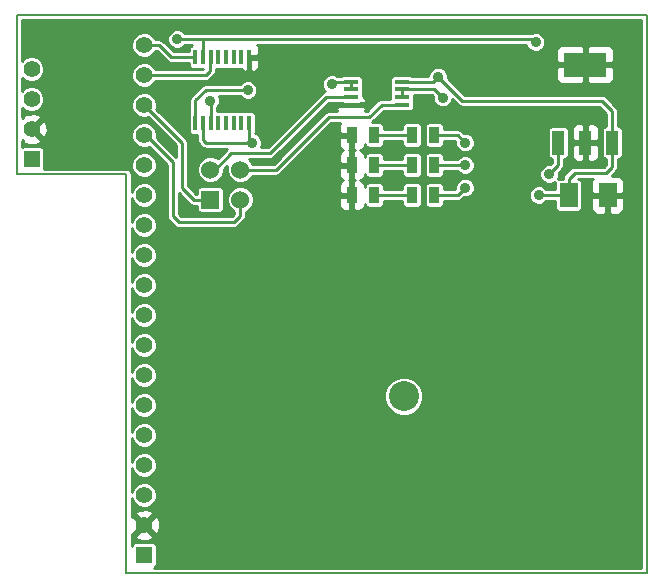
<source format=gtl>
G04 (created by PCBNEW (2012-nov-02)-testing) date Mon 13 May 2013 11:36:40 AM CDT*
%MOIN*%
G04 Gerber Fmt 3.4, Leading zero omitted, Abs format*
%FSLAX34Y34*%
G01*
G70*
G90*
G04 APERTURE LIST*
%ADD10C,0.006*%
%ADD11C,0.00590551*%
%ADD12R,0.015X0.05*%
%ADD13R,0.144X0.08*%
%ADD14R,0.04X0.08*%
%ADD15R,0.06X0.08*%
%ADD16R,0.035X0.055*%
%ADD17R,0.055X0.055*%
%ADD18C,0.055*%
%ADD19R,0.06X0.06*%
%ADD20C,0.06*%
%ADD21R,0.05X0.015*%
%ADD22C,0.1*%
%ADD23C,0.035*%
%ADD24C,0.01*%
G04 APERTURE END LIST*
G54D10*
G54D11*
X95850Y-48350D02*
X95850Y-66950D01*
X74850Y-48350D02*
X74850Y-53650D01*
X95850Y-48350D02*
X74850Y-48350D01*
X78500Y-66950D02*
X95850Y-66950D01*
X78500Y-53650D02*
X78500Y-66950D01*
X74850Y-53650D02*
X78500Y-53650D01*
G54D12*
X80804Y-51952D03*
X81060Y-51952D03*
X81316Y-51952D03*
X81572Y-51952D03*
X81828Y-51952D03*
X82084Y-51952D03*
X82340Y-51952D03*
X82596Y-51952D03*
X82596Y-49748D03*
X82340Y-49748D03*
X82084Y-49748D03*
X81828Y-49748D03*
X81572Y-49748D03*
X81316Y-49748D03*
X81060Y-49748D03*
X80804Y-49748D03*
G54D13*
X93800Y-50000D03*
G54D14*
X93800Y-52600D03*
X94700Y-52600D03*
X92900Y-52600D03*
G54D15*
X93250Y-54350D03*
X94550Y-54350D03*
G54D16*
X86775Y-54350D03*
X86025Y-54350D03*
X86775Y-53350D03*
X86025Y-53350D03*
X86775Y-52350D03*
X86025Y-52350D03*
X88775Y-54350D03*
X88025Y-54350D03*
X88775Y-53350D03*
X88025Y-53350D03*
X88775Y-52350D03*
X88025Y-52350D03*
G54D17*
X75350Y-53150D03*
G54D18*
X75350Y-52150D03*
X75350Y-51150D03*
X75350Y-50150D03*
G54D17*
X79100Y-66350D03*
G54D18*
X79100Y-65350D03*
X79100Y-64350D03*
X79100Y-63350D03*
X79100Y-62350D03*
X79100Y-61350D03*
X79100Y-60350D03*
X79100Y-59350D03*
X79100Y-58350D03*
X79100Y-57350D03*
X79100Y-56350D03*
X79100Y-55350D03*
X79100Y-54350D03*
X79100Y-53350D03*
X79100Y-52350D03*
X79100Y-51350D03*
X79100Y-50350D03*
X79100Y-49350D03*
G54D19*
X81300Y-54500D03*
G54D20*
X81300Y-53500D03*
X82300Y-54500D03*
X82300Y-53500D03*
G54D21*
X86000Y-50566D03*
X86000Y-50822D03*
X86000Y-51078D03*
X86000Y-51334D03*
X87700Y-51334D03*
X87700Y-51078D03*
X87700Y-50822D03*
X87700Y-50566D03*
G54D22*
X87750Y-61050D03*
G54D23*
X88900Y-50400D03*
X82700Y-52600D03*
X92250Y-54350D03*
X80200Y-49150D03*
X92150Y-49250D03*
X92600Y-53650D03*
X89050Y-51100D03*
X85350Y-50650D03*
X82550Y-50850D03*
X81300Y-51200D03*
X83550Y-49850D03*
X91950Y-49850D03*
X91950Y-56350D03*
X88750Y-58850D03*
X86750Y-58850D03*
X91950Y-59350D03*
X83550Y-59350D03*
X85350Y-53550D03*
X89800Y-53350D03*
X89800Y-52600D03*
X89800Y-54100D03*
G54D24*
X88900Y-50400D02*
X89700Y-51200D01*
X94700Y-51550D02*
X94700Y-52600D01*
X94350Y-51200D02*
X94700Y-51550D01*
X89700Y-51200D02*
X94350Y-51200D01*
X87700Y-50566D02*
X88734Y-50566D01*
X88734Y-50566D02*
X88900Y-50400D01*
X93250Y-54350D02*
X93250Y-53800D01*
X93250Y-53800D02*
X93450Y-53600D01*
X93450Y-53600D02*
X94500Y-53600D01*
X94500Y-53600D02*
X94700Y-53400D01*
X94700Y-53400D02*
X94700Y-52600D01*
X81060Y-52510D02*
X81060Y-51952D01*
X81150Y-52600D02*
X81060Y-52510D01*
X82700Y-52600D02*
X81150Y-52600D01*
X82596Y-51952D02*
X82596Y-52496D01*
X82596Y-52496D02*
X82700Y-52600D01*
X92250Y-54350D02*
X93250Y-54350D01*
X81060Y-49748D02*
X81060Y-49150D01*
X92050Y-49150D02*
X81060Y-49150D01*
X81060Y-49150D02*
X80200Y-49150D01*
X92050Y-49150D02*
X92150Y-49250D01*
X92150Y-49250D02*
X92050Y-49150D01*
X92900Y-53350D02*
X92900Y-52600D01*
X92600Y-53650D02*
X92900Y-53350D01*
X88772Y-50822D02*
X87700Y-50822D01*
X89050Y-51100D02*
X88772Y-50822D01*
X87700Y-50822D02*
X87700Y-51078D01*
X79100Y-52350D02*
X79150Y-52350D01*
X82300Y-55050D02*
X82300Y-54500D01*
X82100Y-55250D02*
X82300Y-55050D01*
X80250Y-55250D02*
X82100Y-55250D01*
X80050Y-55050D02*
X80250Y-55250D01*
X80050Y-53250D02*
X80050Y-55050D01*
X79150Y-52350D02*
X80050Y-53250D01*
X82300Y-53500D02*
X83500Y-53500D01*
X87016Y-51334D02*
X87700Y-51334D01*
X86600Y-51750D02*
X87016Y-51334D01*
X85250Y-51750D02*
X86600Y-51750D01*
X83500Y-53500D02*
X85250Y-51750D01*
X86000Y-50566D02*
X86000Y-50822D01*
X86000Y-50566D02*
X85434Y-50566D01*
X85434Y-50566D02*
X85350Y-50650D01*
X79100Y-51350D02*
X80350Y-52600D01*
X80750Y-54500D02*
X81300Y-54500D01*
X80350Y-54100D02*
X80750Y-54500D01*
X80350Y-52600D02*
X80350Y-54100D01*
X81300Y-53500D02*
X81450Y-53500D01*
X85172Y-51078D02*
X86000Y-51078D01*
X83300Y-52950D02*
X85172Y-51078D01*
X82000Y-52950D02*
X83300Y-52950D01*
X81450Y-53500D02*
X82000Y-52950D01*
X80804Y-51952D02*
X80804Y-51196D01*
X81150Y-50850D02*
X82550Y-50850D01*
X80804Y-51196D02*
X81150Y-50850D01*
X79100Y-49350D02*
X79600Y-49350D01*
X79998Y-49748D02*
X80804Y-49748D01*
X79600Y-49350D02*
X79998Y-49748D01*
X81316Y-51216D02*
X81316Y-51952D01*
X81300Y-51200D02*
X81316Y-51216D01*
X81316Y-49748D02*
X81300Y-49764D01*
X81150Y-50350D02*
X79100Y-50350D01*
X81300Y-50200D02*
X81150Y-50350D01*
X81300Y-49764D02*
X81300Y-50200D01*
X88775Y-53350D02*
X89800Y-53350D01*
X88775Y-52350D02*
X89550Y-52350D01*
X89550Y-52350D02*
X89800Y-52600D01*
X86775Y-54350D02*
X88025Y-54350D01*
X88775Y-54350D02*
X89550Y-54350D01*
X89550Y-54350D02*
X89800Y-54100D01*
X86775Y-52350D02*
X88025Y-52350D01*
X86775Y-53350D02*
X88025Y-53350D01*
G54D10*
G36*
X95670Y-66770D02*
X95100Y-66770D01*
X95100Y-54700D01*
X95100Y-53999D01*
X95099Y-53900D01*
X95061Y-53808D01*
X94991Y-53737D01*
X94899Y-53699D01*
X94682Y-53699D01*
X94841Y-53541D01*
X94841Y-53541D01*
X94870Y-53498D01*
X94884Y-53476D01*
X94884Y-53476D01*
X94899Y-53400D01*
X94900Y-53400D01*
X94900Y-53150D01*
X94929Y-53150D01*
X94984Y-53127D01*
X95027Y-53085D01*
X95049Y-53029D01*
X95050Y-52970D01*
X95050Y-52170D01*
X95027Y-52115D01*
X94985Y-52072D01*
X94929Y-52050D01*
X94900Y-52049D01*
X94900Y-51550D01*
X94899Y-51549D01*
X94884Y-51473D01*
X94884Y-51473D01*
X94870Y-51451D01*
X94841Y-51408D01*
X94841Y-51408D01*
X94770Y-51337D01*
X94770Y-50350D01*
X94770Y-49649D01*
X94769Y-49550D01*
X94731Y-49458D01*
X94661Y-49387D01*
X94569Y-49349D01*
X93912Y-49350D01*
X93850Y-49412D01*
X93850Y-49950D01*
X94707Y-49950D01*
X94770Y-49887D01*
X94770Y-49649D01*
X94770Y-50350D01*
X94770Y-50112D01*
X94707Y-50050D01*
X93850Y-50050D01*
X93850Y-50587D01*
X93912Y-50650D01*
X94569Y-50650D01*
X94661Y-50612D01*
X94731Y-50541D01*
X94769Y-50449D01*
X94770Y-50350D01*
X94770Y-51337D01*
X94491Y-51058D01*
X94426Y-51015D01*
X94350Y-51000D01*
X93750Y-51000D01*
X93750Y-50587D01*
X93750Y-50050D01*
X93750Y-49950D01*
X93750Y-49412D01*
X93687Y-49350D01*
X93030Y-49349D01*
X92938Y-49387D01*
X92868Y-49458D01*
X92830Y-49550D01*
X92829Y-49649D01*
X92830Y-49887D01*
X92892Y-49950D01*
X93750Y-49950D01*
X93750Y-50050D01*
X92892Y-50050D01*
X92830Y-50112D01*
X92829Y-50350D01*
X92830Y-50449D01*
X92868Y-50541D01*
X92938Y-50612D01*
X93030Y-50650D01*
X93687Y-50650D01*
X93750Y-50587D01*
X93750Y-51000D01*
X92475Y-51000D01*
X92475Y-49185D01*
X92425Y-49066D01*
X92334Y-48974D01*
X92214Y-48925D01*
X92085Y-48924D01*
X92024Y-48950D01*
X81060Y-48950D01*
X80459Y-48950D01*
X80384Y-48874D01*
X80264Y-48825D01*
X80135Y-48824D01*
X80016Y-48874D01*
X79924Y-48965D01*
X79875Y-49085D01*
X79874Y-49214D01*
X79924Y-49333D01*
X80015Y-49425D01*
X80135Y-49474D01*
X80264Y-49475D01*
X80383Y-49425D01*
X80459Y-49350D01*
X80694Y-49350D01*
X80644Y-49370D01*
X80601Y-49412D01*
X80579Y-49468D01*
X80578Y-49527D01*
X80578Y-49548D01*
X80080Y-49548D01*
X79741Y-49208D01*
X79676Y-49165D01*
X79600Y-49150D01*
X79477Y-49150D01*
X79460Y-49109D01*
X79341Y-48989D01*
X79184Y-48925D01*
X79015Y-48924D01*
X78859Y-48989D01*
X78739Y-49108D01*
X78675Y-49265D01*
X78674Y-49434D01*
X78739Y-49590D01*
X78858Y-49710D01*
X79015Y-49774D01*
X79184Y-49775D01*
X79340Y-49710D01*
X79460Y-49591D01*
X79477Y-49550D01*
X79517Y-49550D01*
X79856Y-49889D01*
X79856Y-49889D01*
X79899Y-49918D01*
X79921Y-49932D01*
X79921Y-49932D01*
X79997Y-49947D01*
X79998Y-49948D01*
X80578Y-49948D01*
X80578Y-50027D01*
X80601Y-50082D01*
X80643Y-50125D01*
X80699Y-50147D01*
X80758Y-50148D01*
X80908Y-50148D01*
X80931Y-50138D01*
X80955Y-50147D01*
X81014Y-50148D01*
X81069Y-50148D01*
X81067Y-50150D01*
X79477Y-50150D01*
X79460Y-50109D01*
X79341Y-49989D01*
X79184Y-49925D01*
X79015Y-49924D01*
X78859Y-49989D01*
X78739Y-50108D01*
X78675Y-50265D01*
X78674Y-50434D01*
X78739Y-50590D01*
X78858Y-50710D01*
X79015Y-50774D01*
X79184Y-50775D01*
X79340Y-50710D01*
X79460Y-50591D01*
X79477Y-50550D01*
X81150Y-50550D01*
X81226Y-50534D01*
X81291Y-50491D01*
X81441Y-50341D01*
X81441Y-50341D01*
X81484Y-50276D01*
X81484Y-50276D01*
X81487Y-50263D01*
X81499Y-50200D01*
X81500Y-50200D01*
X81500Y-50148D01*
X81526Y-50148D01*
X81676Y-50148D01*
X81699Y-50138D01*
X81723Y-50147D01*
X81782Y-50148D01*
X81932Y-50148D01*
X81955Y-50138D01*
X81979Y-50147D01*
X82038Y-50148D01*
X82188Y-50148D01*
X82211Y-50138D01*
X82235Y-50147D01*
X82294Y-50148D01*
X82317Y-50148D01*
X82379Y-50210D01*
X82471Y-50248D01*
X82496Y-50248D01*
X82558Y-50185D01*
X82558Y-50043D01*
X82564Y-50027D01*
X82565Y-49968D01*
X82565Y-49690D01*
X82633Y-49690D01*
X82633Y-49698D01*
X82858Y-49698D01*
X82921Y-49635D01*
X82921Y-49547D01*
X82920Y-49448D01*
X82882Y-49356D01*
X82876Y-49350D01*
X91839Y-49350D01*
X91874Y-49433D01*
X91965Y-49525D01*
X92085Y-49574D01*
X92214Y-49575D01*
X92333Y-49525D01*
X92425Y-49434D01*
X92474Y-49314D01*
X92475Y-49185D01*
X92475Y-51000D01*
X89782Y-51000D01*
X89224Y-50442D01*
X89225Y-50335D01*
X89175Y-50216D01*
X89084Y-50124D01*
X88964Y-50075D01*
X88835Y-50074D01*
X88716Y-50124D01*
X88624Y-50215D01*
X88575Y-50335D01*
X88575Y-50366D01*
X88037Y-50366D01*
X88035Y-50363D01*
X87979Y-50341D01*
X87920Y-50340D01*
X87420Y-50340D01*
X87365Y-50363D01*
X87322Y-50405D01*
X87300Y-50461D01*
X87299Y-50520D01*
X87299Y-50670D01*
X87309Y-50693D01*
X87300Y-50717D01*
X87299Y-50776D01*
X87299Y-50926D01*
X87309Y-50949D01*
X87300Y-50973D01*
X87299Y-51032D01*
X87299Y-51134D01*
X87016Y-51134D01*
X86939Y-51149D01*
X86917Y-51163D01*
X86874Y-51192D01*
X86517Y-51550D01*
X86462Y-51550D01*
X86500Y-51458D01*
X86500Y-51434D01*
X86437Y-51371D01*
X86050Y-51371D01*
X86050Y-51391D01*
X85950Y-51391D01*
X85950Y-51371D01*
X85562Y-51371D01*
X85500Y-51434D01*
X85499Y-51458D01*
X85537Y-51550D01*
X85250Y-51550D01*
X85186Y-51562D01*
X85173Y-51565D01*
X85108Y-51608D01*
X83417Y-53300D01*
X82704Y-53300D01*
X82681Y-53245D01*
X82586Y-53150D01*
X83300Y-53150D01*
X83376Y-53134D01*
X83441Y-53091D01*
X85254Y-51278D01*
X85544Y-51278D01*
X85562Y-51296D01*
X85704Y-51296D01*
X85720Y-51302D01*
X85779Y-51303D01*
X86279Y-51303D01*
X86295Y-51296D01*
X86437Y-51296D01*
X86500Y-51234D01*
X86500Y-51209D01*
X86462Y-51117D01*
X86400Y-51055D01*
X86400Y-50973D01*
X86390Y-50950D01*
X86399Y-50926D01*
X86400Y-50867D01*
X86400Y-50717D01*
X86390Y-50694D01*
X86399Y-50670D01*
X86400Y-50611D01*
X86400Y-50461D01*
X86377Y-50406D01*
X86335Y-50363D01*
X86279Y-50341D01*
X86220Y-50340D01*
X85720Y-50340D01*
X85665Y-50363D01*
X85662Y-50366D01*
X85513Y-50366D01*
X85414Y-50325D01*
X85285Y-50324D01*
X85166Y-50374D01*
X85074Y-50465D01*
X85025Y-50585D01*
X85024Y-50714D01*
X85074Y-50833D01*
X85127Y-50886D01*
X85095Y-50893D01*
X85073Y-50907D01*
X85030Y-50936D01*
X83217Y-52750D01*
X82989Y-52750D01*
X83024Y-52664D01*
X83025Y-52535D01*
X82975Y-52416D01*
X82921Y-52361D01*
X82921Y-49948D01*
X82921Y-49860D01*
X82858Y-49798D01*
X82633Y-49798D01*
X82633Y-50185D01*
X82696Y-50248D01*
X82720Y-50248D01*
X82812Y-50210D01*
X82882Y-50139D01*
X82920Y-50047D01*
X82921Y-49948D01*
X82921Y-52361D01*
X82884Y-52324D01*
X82796Y-52288D01*
X82798Y-52287D01*
X82820Y-52231D01*
X82821Y-52172D01*
X82821Y-51672D01*
X82798Y-51617D01*
X82756Y-51574D01*
X82700Y-51552D01*
X82641Y-51551D01*
X82491Y-51551D01*
X82468Y-51561D01*
X82444Y-51552D01*
X82385Y-51551D01*
X82235Y-51551D01*
X82212Y-51561D01*
X82188Y-51552D01*
X82129Y-51551D01*
X81979Y-51551D01*
X81956Y-51561D01*
X81932Y-51552D01*
X81873Y-51551D01*
X81723Y-51551D01*
X81700Y-51561D01*
X81676Y-51552D01*
X81617Y-51551D01*
X81516Y-51551D01*
X81516Y-51443D01*
X81575Y-51384D01*
X81624Y-51264D01*
X81625Y-51135D01*
X81589Y-51050D01*
X82290Y-51050D01*
X82365Y-51125D01*
X82485Y-51174D01*
X82614Y-51175D01*
X82733Y-51125D01*
X82825Y-51034D01*
X82874Y-50914D01*
X82875Y-50785D01*
X82825Y-50666D01*
X82734Y-50574D01*
X82614Y-50525D01*
X82485Y-50524D01*
X82366Y-50574D01*
X82290Y-50650D01*
X81150Y-50650D01*
X81073Y-50665D01*
X81051Y-50679D01*
X81008Y-50708D01*
X80662Y-51054D01*
X80619Y-51119D01*
X80604Y-51196D01*
X80604Y-51614D01*
X80601Y-51616D01*
X80579Y-51672D01*
X80578Y-51731D01*
X80578Y-52231D01*
X80601Y-52286D01*
X80643Y-52329D01*
X80699Y-52351D01*
X80758Y-52352D01*
X80860Y-52352D01*
X80860Y-52510D01*
X80875Y-52586D01*
X80918Y-52651D01*
X81008Y-52741D01*
X81073Y-52784D01*
X81073Y-52784D01*
X81086Y-52787D01*
X81150Y-52800D01*
X81871Y-52800D01*
X81858Y-52808D01*
X81550Y-53116D01*
X81389Y-53050D01*
X81210Y-53049D01*
X81045Y-53118D01*
X80918Y-53244D01*
X80850Y-53410D01*
X80849Y-53589D01*
X80918Y-53754D01*
X81044Y-53881D01*
X81210Y-53949D01*
X81389Y-53950D01*
X81554Y-53881D01*
X81681Y-53755D01*
X81749Y-53589D01*
X81750Y-53482D01*
X81869Y-53363D01*
X81850Y-53410D01*
X81849Y-53589D01*
X81918Y-53754D01*
X82044Y-53881D01*
X82210Y-53949D01*
X82389Y-53950D01*
X82554Y-53881D01*
X82681Y-53755D01*
X82704Y-53700D01*
X83500Y-53700D01*
X83576Y-53684D01*
X83641Y-53641D01*
X85332Y-51950D01*
X85631Y-51950D01*
X85600Y-52025D01*
X85599Y-52124D01*
X85600Y-52237D01*
X85662Y-52300D01*
X85975Y-52300D01*
X85975Y-52292D01*
X86075Y-52292D01*
X86075Y-52300D01*
X86082Y-52300D01*
X86082Y-52400D01*
X86075Y-52400D01*
X86075Y-52812D01*
X86112Y-52850D01*
X86075Y-52887D01*
X86075Y-53300D01*
X86082Y-53300D01*
X86082Y-53400D01*
X86075Y-53400D01*
X86075Y-53812D01*
X86112Y-53850D01*
X86075Y-53887D01*
X86075Y-54300D01*
X86082Y-54300D01*
X86082Y-54400D01*
X86075Y-54400D01*
X86075Y-54812D01*
X86137Y-54875D01*
X86249Y-54875D01*
X86341Y-54837D01*
X86411Y-54766D01*
X86449Y-54674D01*
X86449Y-54654D01*
X86449Y-54654D01*
X86472Y-54709D01*
X86514Y-54752D01*
X86570Y-54774D01*
X86629Y-54775D01*
X86979Y-54775D01*
X87034Y-54752D01*
X87077Y-54710D01*
X87099Y-54654D01*
X87100Y-54595D01*
X87100Y-54550D01*
X87699Y-54550D01*
X87699Y-54654D01*
X87722Y-54709D01*
X87764Y-54752D01*
X87820Y-54774D01*
X87879Y-54775D01*
X88229Y-54775D01*
X88284Y-54752D01*
X88327Y-54710D01*
X88349Y-54654D01*
X88350Y-54595D01*
X88350Y-54045D01*
X88327Y-53990D01*
X88285Y-53947D01*
X88229Y-53925D01*
X88170Y-53924D01*
X87820Y-53924D01*
X87765Y-53947D01*
X87722Y-53989D01*
X87700Y-54045D01*
X87699Y-54104D01*
X87699Y-54150D01*
X87100Y-54150D01*
X87100Y-54045D01*
X87077Y-53990D01*
X87035Y-53947D01*
X86979Y-53925D01*
X86920Y-53924D01*
X86570Y-53924D01*
X86515Y-53947D01*
X86472Y-53989D01*
X86450Y-54045D01*
X86449Y-54074D01*
X86449Y-54025D01*
X86411Y-53933D01*
X86341Y-53862D01*
X86310Y-53850D01*
X86341Y-53837D01*
X86411Y-53766D01*
X86449Y-53674D01*
X86449Y-53654D01*
X86449Y-53654D01*
X86472Y-53709D01*
X86514Y-53752D01*
X86570Y-53774D01*
X86629Y-53775D01*
X86979Y-53775D01*
X87034Y-53752D01*
X87077Y-53710D01*
X87099Y-53654D01*
X87100Y-53595D01*
X87100Y-53550D01*
X87699Y-53550D01*
X87699Y-53654D01*
X87722Y-53709D01*
X87764Y-53752D01*
X87820Y-53774D01*
X87879Y-53775D01*
X88229Y-53775D01*
X88284Y-53752D01*
X88327Y-53710D01*
X88349Y-53654D01*
X88350Y-53595D01*
X88350Y-53045D01*
X88327Y-52990D01*
X88285Y-52947D01*
X88229Y-52925D01*
X88170Y-52924D01*
X87820Y-52924D01*
X87765Y-52947D01*
X87722Y-52989D01*
X87700Y-53045D01*
X87699Y-53104D01*
X87699Y-53150D01*
X87100Y-53150D01*
X87100Y-53045D01*
X87077Y-52990D01*
X87035Y-52947D01*
X86979Y-52925D01*
X86920Y-52924D01*
X86570Y-52924D01*
X86515Y-52947D01*
X86472Y-52989D01*
X86450Y-53045D01*
X86449Y-53074D01*
X86449Y-53025D01*
X86411Y-52933D01*
X86341Y-52862D01*
X86310Y-52850D01*
X86341Y-52837D01*
X86411Y-52766D01*
X86449Y-52674D01*
X86449Y-52654D01*
X86449Y-52654D01*
X86472Y-52709D01*
X86514Y-52752D01*
X86570Y-52774D01*
X86629Y-52775D01*
X86979Y-52775D01*
X87034Y-52752D01*
X87077Y-52710D01*
X87099Y-52654D01*
X87100Y-52595D01*
X87100Y-52550D01*
X87699Y-52550D01*
X87699Y-52654D01*
X87722Y-52709D01*
X87764Y-52752D01*
X87820Y-52774D01*
X87879Y-52775D01*
X88229Y-52775D01*
X88284Y-52752D01*
X88327Y-52710D01*
X88349Y-52654D01*
X88350Y-52595D01*
X88350Y-52045D01*
X88327Y-51990D01*
X88285Y-51947D01*
X88229Y-51925D01*
X88170Y-51924D01*
X87820Y-51924D01*
X87765Y-51947D01*
X87722Y-51989D01*
X87700Y-52045D01*
X87699Y-52104D01*
X87699Y-52150D01*
X87100Y-52150D01*
X87100Y-52045D01*
X87077Y-51990D01*
X87035Y-51947D01*
X86979Y-51925D01*
X86920Y-51924D01*
X86691Y-51924D01*
X86741Y-51891D01*
X87098Y-51534D01*
X87362Y-51534D01*
X87364Y-51536D01*
X87420Y-51558D01*
X87479Y-51559D01*
X87979Y-51559D01*
X88034Y-51536D01*
X88077Y-51494D01*
X88099Y-51438D01*
X88100Y-51379D01*
X88100Y-51229D01*
X88090Y-51206D01*
X88099Y-51182D01*
X88100Y-51123D01*
X88100Y-51022D01*
X88689Y-51022D01*
X88725Y-51057D01*
X88724Y-51164D01*
X88774Y-51283D01*
X88865Y-51375D01*
X88985Y-51424D01*
X89114Y-51425D01*
X89233Y-51375D01*
X89325Y-51284D01*
X89374Y-51164D01*
X89374Y-51157D01*
X89558Y-51341D01*
X89558Y-51341D01*
X89601Y-51370D01*
X89623Y-51384D01*
X89623Y-51384D01*
X89699Y-51399D01*
X89700Y-51400D01*
X94267Y-51400D01*
X94500Y-51632D01*
X94500Y-52049D01*
X94470Y-52049D01*
X94415Y-52072D01*
X94372Y-52114D01*
X94350Y-52170D01*
X94349Y-52229D01*
X94349Y-53029D01*
X94372Y-53084D01*
X94414Y-53127D01*
X94470Y-53149D01*
X94500Y-53150D01*
X94500Y-53317D01*
X94417Y-53400D01*
X94250Y-53400D01*
X94250Y-52950D01*
X94250Y-52249D01*
X94249Y-52150D01*
X94211Y-52058D01*
X94141Y-51987D01*
X94049Y-51949D01*
X93912Y-51950D01*
X93850Y-52012D01*
X93850Y-52550D01*
X94187Y-52550D01*
X94250Y-52487D01*
X94250Y-52249D01*
X94250Y-52950D01*
X94250Y-52712D01*
X94187Y-52650D01*
X93850Y-52650D01*
X93850Y-53187D01*
X93912Y-53250D01*
X94049Y-53250D01*
X94141Y-53212D01*
X94211Y-53141D01*
X94249Y-53049D01*
X94250Y-52950D01*
X94250Y-53400D01*
X93750Y-53400D01*
X93750Y-53187D01*
X93750Y-52650D01*
X93750Y-52550D01*
X93750Y-52012D01*
X93687Y-51950D01*
X93550Y-51949D01*
X93458Y-51987D01*
X93388Y-52058D01*
X93350Y-52150D01*
X93349Y-52249D01*
X93350Y-52487D01*
X93412Y-52550D01*
X93750Y-52550D01*
X93750Y-52650D01*
X93412Y-52650D01*
X93350Y-52712D01*
X93349Y-52950D01*
X93350Y-53049D01*
X93388Y-53141D01*
X93458Y-53212D01*
X93550Y-53250D01*
X93687Y-53250D01*
X93750Y-53187D01*
X93750Y-53400D01*
X93450Y-53400D01*
X93373Y-53415D01*
X93351Y-53429D01*
X93308Y-53458D01*
X93108Y-53658D01*
X93065Y-53723D01*
X93050Y-53799D01*
X92920Y-53799D01*
X92883Y-53815D01*
X92924Y-53714D01*
X92925Y-53607D01*
X93041Y-53491D01*
X93041Y-53491D01*
X93070Y-53448D01*
X93084Y-53426D01*
X93084Y-53426D01*
X93099Y-53350D01*
X93100Y-53350D01*
X93100Y-53150D01*
X93129Y-53150D01*
X93184Y-53127D01*
X93227Y-53085D01*
X93249Y-53029D01*
X93250Y-52970D01*
X93250Y-52170D01*
X93227Y-52115D01*
X93185Y-52072D01*
X93129Y-52050D01*
X93070Y-52049D01*
X92670Y-52049D01*
X92615Y-52072D01*
X92572Y-52114D01*
X92550Y-52170D01*
X92549Y-52229D01*
X92549Y-53029D01*
X92572Y-53084D01*
X92614Y-53127D01*
X92670Y-53149D01*
X92700Y-53150D01*
X92700Y-53267D01*
X92642Y-53325D01*
X92535Y-53324D01*
X92416Y-53374D01*
X92324Y-53465D01*
X92275Y-53585D01*
X92274Y-53714D01*
X92324Y-53833D01*
X92415Y-53925D01*
X92535Y-53974D01*
X92664Y-53975D01*
X92783Y-53925D01*
X92807Y-53902D01*
X92800Y-53920D01*
X92799Y-53979D01*
X92799Y-54150D01*
X92509Y-54150D01*
X92434Y-54074D01*
X92314Y-54025D01*
X92185Y-54024D01*
X92066Y-54074D01*
X91974Y-54165D01*
X91925Y-54285D01*
X91924Y-54414D01*
X91974Y-54533D01*
X92065Y-54625D01*
X92185Y-54674D01*
X92314Y-54675D01*
X92433Y-54625D01*
X92509Y-54550D01*
X92799Y-54550D01*
X92799Y-54779D01*
X92822Y-54834D01*
X92864Y-54877D01*
X92920Y-54899D01*
X92979Y-54900D01*
X93579Y-54900D01*
X93634Y-54877D01*
X93677Y-54835D01*
X93699Y-54779D01*
X93700Y-54720D01*
X93700Y-53920D01*
X93677Y-53865D01*
X93635Y-53822D01*
X93579Y-53800D01*
X93550Y-53800D01*
X94046Y-53800D01*
X94038Y-53808D01*
X94000Y-53900D01*
X93999Y-53999D01*
X94000Y-54237D01*
X94062Y-54300D01*
X94500Y-54300D01*
X94500Y-54292D01*
X94600Y-54292D01*
X94600Y-54300D01*
X95037Y-54300D01*
X95100Y-54237D01*
X95100Y-53999D01*
X95100Y-54700D01*
X95100Y-54462D01*
X95037Y-54400D01*
X94600Y-54400D01*
X94600Y-54937D01*
X94662Y-55000D01*
X94899Y-55000D01*
X94991Y-54962D01*
X95061Y-54891D01*
X95099Y-54799D01*
X95100Y-54700D01*
X95100Y-66770D01*
X94500Y-66770D01*
X94500Y-54937D01*
X94500Y-54400D01*
X94062Y-54400D01*
X94000Y-54462D01*
X93999Y-54700D01*
X94000Y-54799D01*
X94038Y-54891D01*
X94108Y-54962D01*
X94200Y-55000D01*
X94437Y-55000D01*
X94500Y-54937D01*
X94500Y-66770D01*
X90125Y-66770D01*
X90125Y-54035D01*
X90125Y-53285D01*
X90125Y-52535D01*
X90075Y-52416D01*
X89984Y-52324D01*
X89864Y-52275D01*
X89757Y-52274D01*
X89691Y-52208D01*
X89626Y-52165D01*
X89550Y-52150D01*
X89100Y-52150D01*
X89100Y-52045D01*
X89077Y-51990D01*
X89035Y-51947D01*
X88979Y-51925D01*
X88920Y-51924D01*
X88570Y-51924D01*
X88515Y-51947D01*
X88472Y-51989D01*
X88450Y-52045D01*
X88449Y-52104D01*
X88449Y-52654D01*
X88472Y-52709D01*
X88514Y-52752D01*
X88570Y-52774D01*
X88629Y-52775D01*
X88979Y-52775D01*
X89034Y-52752D01*
X89077Y-52710D01*
X89099Y-52654D01*
X89100Y-52595D01*
X89100Y-52550D01*
X89467Y-52550D01*
X89475Y-52557D01*
X89474Y-52664D01*
X89524Y-52783D01*
X89615Y-52875D01*
X89735Y-52924D01*
X89864Y-52925D01*
X89983Y-52875D01*
X90075Y-52784D01*
X90124Y-52664D01*
X90125Y-52535D01*
X90125Y-53285D01*
X90075Y-53166D01*
X89984Y-53074D01*
X89864Y-53025D01*
X89735Y-53024D01*
X89616Y-53074D01*
X89540Y-53150D01*
X89100Y-53150D01*
X89100Y-53045D01*
X89077Y-52990D01*
X89035Y-52947D01*
X88979Y-52925D01*
X88920Y-52924D01*
X88570Y-52924D01*
X88515Y-52947D01*
X88472Y-52989D01*
X88450Y-53045D01*
X88449Y-53104D01*
X88449Y-53654D01*
X88472Y-53709D01*
X88514Y-53752D01*
X88570Y-53774D01*
X88629Y-53775D01*
X88979Y-53775D01*
X89034Y-53752D01*
X89077Y-53710D01*
X89099Y-53654D01*
X89100Y-53595D01*
X89100Y-53550D01*
X89540Y-53550D01*
X89615Y-53625D01*
X89735Y-53674D01*
X89864Y-53675D01*
X89983Y-53625D01*
X90075Y-53534D01*
X90124Y-53414D01*
X90125Y-53285D01*
X90125Y-54035D01*
X90075Y-53916D01*
X89984Y-53824D01*
X89864Y-53775D01*
X89735Y-53774D01*
X89616Y-53824D01*
X89524Y-53915D01*
X89475Y-54035D01*
X89474Y-54142D01*
X89467Y-54150D01*
X89100Y-54150D01*
X89100Y-54045D01*
X89077Y-53990D01*
X89035Y-53947D01*
X88979Y-53925D01*
X88920Y-53924D01*
X88570Y-53924D01*
X88515Y-53947D01*
X88472Y-53989D01*
X88450Y-54045D01*
X88449Y-54104D01*
X88449Y-54654D01*
X88472Y-54709D01*
X88514Y-54752D01*
X88570Y-54774D01*
X88629Y-54775D01*
X88979Y-54775D01*
X89034Y-54752D01*
X89077Y-54710D01*
X89099Y-54654D01*
X89100Y-54595D01*
X89100Y-54550D01*
X89550Y-54550D01*
X89626Y-54534D01*
X89691Y-54491D01*
X89757Y-54424D01*
X89864Y-54425D01*
X89983Y-54375D01*
X90075Y-54284D01*
X90124Y-54164D01*
X90125Y-54035D01*
X90125Y-66770D01*
X88400Y-66770D01*
X88400Y-60921D01*
X88301Y-60682D01*
X88118Y-60499D01*
X87879Y-60400D01*
X87621Y-60399D01*
X87382Y-60498D01*
X87199Y-60681D01*
X87100Y-60920D01*
X87099Y-61178D01*
X87198Y-61417D01*
X87381Y-61600D01*
X87620Y-61699D01*
X87878Y-61700D01*
X88117Y-61601D01*
X88300Y-61418D01*
X88399Y-61179D01*
X88400Y-60921D01*
X88400Y-66770D01*
X85975Y-66770D01*
X85975Y-54812D01*
X85975Y-54400D01*
X85975Y-54300D01*
X85975Y-53887D01*
X85937Y-53850D01*
X85975Y-53812D01*
X85975Y-53400D01*
X85975Y-53300D01*
X85975Y-52887D01*
X85937Y-52850D01*
X85975Y-52812D01*
X85975Y-52400D01*
X85662Y-52400D01*
X85600Y-52462D01*
X85599Y-52575D01*
X85600Y-52674D01*
X85638Y-52766D01*
X85708Y-52837D01*
X85739Y-52850D01*
X85708Y-52862D01*
X85638Y-52933D01*
X85600Y-53025D01*
X85599Y-53124D01*
X85600Y-53237D01*
X85662Y-53300D01*
X85975Y-53300D01*
X85975Y-53400D01*
X85662Y-53400D01*
X85600Y-53462D01*
X85599Y-53575D01*
X85600Y-53674D01*
X85638Y-53766D01*
X85708Y-53837D01*
X85739Y-53850D01*
X85708Y-53862D01*
X85638Y-53933D01*
X85600Y-54025D01*
X85599Y-54124D01*
X85600Y-54237D01*
X85662Y-54300D01*
X85975Y-54300D01*
X85975Y-54400D01*
X85662Y-54400D01*
X85600Y-54462D01*
X85599Y-54575D01*
X85600Y-54674D01*
X85638Y-54766D01*
X85708Y-54837D01*
X85800Y-54875D01*
X85912Y-54875D01*
X85975Y-54812D01*
X85975Y-66770D01*
X82750Y-66770D01*
X82750Y-54410D01*
X82681Y-54245D01*
X82555Y-54118D01*
X82389Y-54050D01*
X82210Y-54049D01*
X82045Y-54118D01*
X81918Y-54244D01*
X81850Y-54410D01*
X81849Y-54589D01*
X81918Y-54754D01*
X82044Y-54881D01*
X82100Y-54904D01*
X82100Y-54967D01*
X82017Y-55050D01*
X80332Y-55050D01*
X80250Y-54967D01*
X80250Y-54282D01*
X80608Y-54641D01*
X80608Y-54641D01*
X80651Y-54670D01*
X80673Y-54684D01*
X80673Y-54684D01*
X80749Y-54699D01*
X80750Y-54700D01*
X80849Y-54700D01*
X80849Y-54829D01*
X80872Y-54884D01*
X80914Y-54927D01*
X80970Y-54949D01*
X81029Y-54950D01*
X81629Y-54950D01*
X81684Y-54927D01*
X81727Y-54885D01*
X81749Y-54829D01*
X81750Y-54770D01*
X81750Y-54170D01*
X81727Y-54115D01*
X81685Y-54072D01*
X81629Y-54050D01*
X81570Y-54049D01*
X80970Y-54049D01*
X80915Y-54072D01*
X80872Y-54114D01*
X80850Y-54170D01*
X80849Y-54229D01*
X80849Y-54300D01*
X80832Y-54300D01*
X80550Y-54017D01*
X80550Y-52600D01*
X80534Y-52523D01*
X80491Y-52458D01*
X79508Y-51475D01*
X79524Y-51434D01*
X79525Y-51265D01*
X79460Y-51109D01*
X79341Y-50989D01*
X79184Y-50925D01*
X79015Y-50924D01*
X78859Y-50989D01*
X78739Y-51108D01*
X78675Y-51265D01*
X78674Y-51434D01*
X78739Y-51590D01*
X78858Y-51710D01*
X79015Y-51774D01*
X79184Y-51775D01*
X79225Y-51758D01*
X80150Y-52682D01*
X80150Y-53067D01*
X79522Y-52439D01*
X79524Y-52434D01*
X79525Y-52265D01*
X79460Y-52109D01*
X79341Y-51989D01*
X79184Y-51925D01*
X79015Y-51924D01*
X78859Y-51989D01*
X78739Y-52108D01*
X78675Y-52265D01*
X78674Y-52434D01*
X78739Y-52590D01*
X78858Y-52710D01*
X79015Y-52774D01*
X79184Y-52775D01*
X79260Y-52743D01*
X79850Y-53332D01*
X79850Y-55050D01*
X79865Y-55126D01*
X79908Y-55191D01*
X80108Y-55391D01*
X80108Y-55391D01*
X80151Y-55420D01*
X80173Y-55434D01*
X80173Y-55434D01*
X80250Y-55450D01*
X82100Y-55450D01*
X82176Y-55434D01*
X82241Y-55391D01*
X82441Y-55191D01*
X82441Y-55191D01*
X82470Y-55148D01*
X82484Y-55126D01*
X82484Y-55126D01*
X82499Y-55050D01*
X82500Y-55050D01*
X82500Y-54904D01*
X82554Y-54881D01*
X82681Y-54755D01*
X82749Y-54589D01*
X82750Y-54410D01*
X82750Y-66770D01*
X79629Y-66770D01*
X79629Y-65425D01*
X79618Y-65217D01*
X79560Y-65077D01*
X79467Y-65052D01*
X79397Y-65123D01*
X79397Y-64982D01*
X79372Y-64889D01*
X79175Y-64820D01*
X78967Y-64831D01*
X78827Y-64889D01*
X78802Y-64982D01*
X79100Y-65279D01*
X79397Y-64982D01*
X79397Y-65123D01*
X79170Y-65350D01*
X79467Y-65647D01*
X79560Y-65622D01*
X79629Y-65425D01*
X79629Y-66770D01*
X79415Y-66770D01*
X79459Y-66752D01*
X79502Y-66710D01*
X79524Y-66654D01*
X79525Y-66595D01*
X79525Y-66045D01*
X79502Y-65990D01*
X79460Y-65947D01*
X79404Y-65925D01*
X79397Y-65925D01*
X79397Y-65717D01*
X79100Y-65420D01*
X78802Y-65717D01*
X78827Y-65810D01*
X79024Y-65879D01*
X79232Y-65868D01*
X79372Y-65810D01*
X79397Y-65717D01*
X79397Y-65925D01*
X79345Y-65924D01*
X78795Y-65924D01*
X78740Y-65947D01*
X78697Y-65989D01*
X78679Y-66034D01*
X78679Y-65633D01*
X78732Y-65647D01*
X79029Y-65350D01*
X78732Y-65052D01*
X78679Y-65066D01*
X78679Y-64445D01*
X78739Y-64590D01*
X78858Y-64710D01*
X79015Y-64774D01*
X79184Y-64775D01*
X79340Y-64710D01*
X79460Y-64591D01*
X79524Y-64434D01*
X79525Y-64265D01*
X79460Y-64109D01*
X79341Y-63989D01*
X79184Y-63925D01*
X79015Y-63924D01*
X78859Y-63989D01*
X78739Y-64108D01*
X78679Y-64254D01*
X78679Y-63445D01*
X78739Y-63590D01*
X78858Y-63710D01*
X79015Y-63774D01*
X79184Y-63775D01*
X79340Y-63710D01*
X79460Y-63591D01*
X79524Y-63434D01*
X79525Y-63265D01*
X79460Y-63109D01*
X79341Y-62989D01*
X79184Y-62925D01*
X79015Y-62924D01*
X78859Y-62989D01*
X78739Y-63108D01*
X78679Y-63254D01*
X78679Y-62445D01*
X78739Y-62590D01*
X78858Y-62710D01*
X79015Y-62774D01*
X79184Y-62775D01*
X79340Y-62710D01*
X79460Y-62591D01*
X79524Y-62434D01*
X79525Y-62265D01*
X79460Y-62109D01*
X79341Y-61989D01*
X79184Y-61925D01*
X79015Y-61924D01*
X78859Y-61989D01*
X78739Y-62108D01*
X78679Y-62254D01*
X78679Y-61445D01*
X78739Y-61590D01*
X78858Y-61710D01*
X79015Y-61774D01*
X79184Y-61775D01*
X79340Y-61710D01*
X79460Y-61591D01*
X79524Y-61434D01*
X79525Y-61265D01*
X79460Y-61109D01*
X79341Y-60989D01*
X79184Y-60925D01*
X79015Y-60924D01*
X78859Y-60989D01*
X78739Y-61108D01*
X78679Y-61254D01*
X78679Y-60445D01*
X78739Y-60590D01*
X78858Y-60710D01*
X79015Y-60774D01*
X79184Y-60775D01*
X79340Y-60710D01*
X79460Y-60591D01*
X79524Y-60434D01*
X79525Y-60265D01*
X79460Y-60109D01*
X79341Y-59989D01*
X79184Y-59925D01*
X79015Y-59924D01*
X78859Y-59989D01*
X78739Y-60108D01*
X78679Y-60254D01*
X78679Y-59445D01*
X78739Y-59590D01*
X78858Y-59710D01*
X79015Y-59774D01*
X79184Y-59775D01*
X79340Y-59710D01*
X79460Y-59591D01*
X79524Y-59434D01*
X79525Y-59265D01*
X79460Y-59109D01*
X79341Y-58989D01*
X79184Y-58925D01*
X79015Y-58924D01*
X78859Y-58989D01*
X78739Y-59108D01*
X78679Y-59254D01*
X78679Y-58445D01*
X78739Y-58590D01*
X78858Y-58710D01*
X79015Y-58774D01*
X79184Y-58775D01*
X79340Y-58710D01*
X79460Y-58591D01*
X79524Y-58434D01*
X79525Y-58265D01*
X79460Y-58109D01*
X79341Y-57989D01*
X79184Y-57925D01*
X79015Y-57924D01*
X78859Y-57989D01*
X78739Y-58108D01*
X78679Y-58254D01*
X78679Y-57445D01*
X78739Y-57590D01*
X78858Y-57710D01*
X79015Y-57774D01*
X79184Y-57775D01*
X79340Y-57710D01*
X79460Y-57591D01*
X79524Y-57434D01*
X79525Y-57265D01*
X79460Y-57109D01*
X79341Y-56989D01*
X79184Y-56925D01*
X79015Y-56924D01*
X78859Y-56989D01*
X78739Y-57108D01*
X78679Y-57254D01*
X78679Y-56445D01*
X78739Y-56590D01*
X78858Y-56710D01*
X79015Y-56774D01*
X79184Y-56775D01*
X79340Y-56710D01*
X79460Y-56591D01*
X79524Y-56434D01*
X79525Y-56265D01*
X79460Y-56109D01*
X79341Y-55989D01*
X79184Y-55925D01*
X79015Y-55924D01*
X78859Y-55989D01*
X78739Y-56108D01*
X78679Y-56254D01*
X78679Y-55445D01*
X78739Y-55590D01*
X78858Y-55710D01*
X79015Y-55774D01*
X79184Y-55775D01*
X79340Y-55710D01*
X79460Y-55591D01*
X79524Y-55434D01*
X79525Y-55265D01*
X79460Y-55109D01*
X79341Y-54989D01*
X79184Y-54925D01*
X79015Y-54924D01*
X78859Y-54989D01*
X78739Y-55108D01*
X78679Y-55254D01*
X78679Y-54445D01*
X78739Y-54590D01*
X78858Y-54710D01*
X79015Y-54774D01*
X79184Y-54775D01*
X79340Y-54710D01*
X79460Y-54591D01*
X79524Y-54434D01*
X79525Y-54265D01*
X79525Y-53265D01*
X79460Y-53109D01*
X79341Y-52989D01*
X79184Y-52925D01*
X79015Y-52924D01*
X78859Y-52989D01*
X78739Y-53108D01*
X78675Y-53265D01*
X78674Y-53434D01*
X78739Y-53590D01*
X78858Y-53710D01*
X79015Y-53774D01*
X79184Y-53775D01*
X79340Y-53710D01*
X79460Y-53591D01*
X79524Y-53434D01*
X79525Y-53265D01*
X79525Y-54265D01*
X79460Y-54109D01*
X79341Y-53989D01*
X79184Y-53925D01*
X79015Y-53924D01*
X78859Y-53989D01*
X78739Y-54108D01*
X78679Y-54254D01*
X78679Y-53650D01*
X78665Y-53581D01*
X78626Y-53523D01*
X78568Y-53484D01*
X78500Y-53470D01*
X75879Y-53470D01*
X75879Y-52225D01*
X75868Y-52017D01*
X75810Y-51877D01*
X75717Y-51852D01*
X75647Y-51923D01*
X75420Y-52150D01*
X75717Y-52447D01*
X75810Y-52422D01*
X75879Y-52225D01*
X75879Y-53470D01*
X75768Y-53470D01*
X75774Y-53454D01*
X75775Y-53395D01*
X75775Y-52845D01*
X75752Y-52790D01*
X75710Y-52747D01*
X75654Y-52725D01*
X75647Y-52725D01*
X75595Y-52724D01*
X75045Y-52724D01*
X75029Y-52731D01*
X75029Y-52541D01*
X75052Y-52517D01*
X75077Y-52610D01*
X75274Y-52679D01*
X75482Y-52668D01*
X75622Y-52610D01*
X75647Y-52517D01*
X75350Y-52220D01*
X75344Y-52226D01*
X75273Y-52155D01*
X75279Y-52150D01*
X75273Y-52144D01*
X75344Y-52073D01*
X75350Y-52079D01*
X75647Y-51782D01*
X75622Y-51689D01*
X75425Y-51620D01*
X75217Y-51631D01*
X75077Y-51689D01*
X75052Y-51782D01*
X75029Y-51758D01*
X75029Y-51430D01*
X75108Y-51510D01*
X75265Y-51574D01*
X75434Y-51575D01*
X75590Y-51510D01*
X75710Y-51391D01*
X75774Y-51234D01*
X75775Y-51065D01*
X75710Y-50909D01*
X75591Y-50789D01*
X75434Y-50725D01*
X75265Y-50724D01*
X75109Y-50789D01*
X75029Y-50869D01*
X75029Y-50430D01*
X75108Y-50510D01*
X75265Y-50574D01*
X75434Y-50575D01*
X75590Y-50510D01*
X75710Y-50391D01*
X75774Y-50234D01*
X75775Y-50065D01*
X75710Y-49909D01*
X75591Y-49789D01*
X75434Y-49725D01*
X75265Y-49724D01*
X75109Y-49789D01*
X75029Y-49869D01*
X75029Y-48529D01*
X95670Y-48529D01*
X95670Y-66770D01*
X95670Y-66770D01*
G37*
G54D24*
X95670Y-66770D02*
X95100Y-66770D01*
X95100Y-54700D01*
X95100Y-53999D01*
X95099Y-53900D01*
X95061Y-53808D01*
X94991Y-53737D01*
X94899Y-53699D01*
X94682Y-53699D01*
X94841Y-53541D01*
X94841Y-53541D01*
X94870Y-53498D01*
X94884Y-53476D01*
X94884Y-53476D01*
X94899Y-53400D01*
X94900Y-53400D01*
X94900Y-53150D01*
X94929Y-53150D01*
X94984Y-53127D01*
X95027Y-53085D01*
X95049Y-53029D01*
X95050Y-52970D01*
X95050Y-52170D01*
X95027Y-52115D01*
X94985Y-52072D01*
X94929Y-52050D01*
X94900Y-52049D01*
X94900Y-51550D01*
X94899Y-51549D01*
X94884Y-51473D01*
X94884Y-51473D01*
X94870Y-51451D01*
X94841Y-51408D01*
X94841Y-51408D01*
X94770Y-51337D01*
X94770Y-50350D01*
X94770Y-49649D01*
X94769Y-49550D01*
X94731Y-49458D01*
X94661Y-49387D01*
X94569Y-49349D01*
X93912Y-49350D01*
X93850Y-49412D01*
X93850Y-49950D01*
X94707Y-49950D01*
X94770Y-49887D01*
X94770Y-49649D01*
X94770Y-50350D01*
X94770Y-50112D01*
X94707Y-50050D01*
X93850Y-50050D01*
X93850Y-50587D01*
X93912Y-50650D01*
X94569Y-50650D01*
X94661Y-50612D01*
X94731Y-50541D01*
X94769Y-50449D01*
X94770Y-50350D01*
X94770Y-51337D01*
X94491Y-51058D01*
X94426Y-51015D01*
X94350Y-51000D01*
X93750Y-51000D01*
X93750Y-50587D01*
X93750Y-50050D01*
X93750Y-49950D01*
X93750Y-49412D01*
X93687Y-49350D01*
X93030Y-49349D01*
X92938Y-49387D01*
X92868Y-49458D01*
X92830Y-49550D01*
X92829Y-49649D01*
X92830Y-49887D01*
X92892Y-49950D01*
X93750Y-49950D01*
X93750Y-50050D01*
X92892Y-50050D01*
X92830Y-50112D01*
X92829Y-50350D01*
X92830Y-50449D01*
X92868Y-50541D01*
X92938Y-50612D01*
X93030Y-50650D01*
X93687Y-50650D01*
X93750Y-50587D01*
X93750Y-51000D01*
X92475Y-51000D01*
X92475Y-49185D01*
X92425Y-49066D01*
X92334Y-48974D01*
X92214Y-48925D01*
X92085Y-48924D01*
X92024Y-48950D01*
X81060Y-48950D01*
X80459Y-48950D01*
X80384Y-48874D01*
X80264Y-48825D01*
X80135Y-48824D01*
X80016Y-48874D01*
X79924Y-48965D01*
X79875Y-49085D01*
X79874Y-49214D01*
X79924Y-49333D01*
X80015Y-49425D01*
X80135Y-49474D01*
X80264Y-49475D01*
X80383Y-49425D01*
X80459Y-49350D01*
X80694Y-49350D01*
X80644Y-49370D01*
X80601Y-49412D01*
X80579Y-49468D01*
X80578Y-49527D01*
X80578Y-49548D01*
X80080Y-49548D01*
X79741Y-49208D01*
X79676Y-49165D01*
X79600Y-49150D01*
X79477Y-49150D01*
X79460Y-49109D01*
X79341Y-48989D01*
X79184Y-48925D01*
X79015Y-48924D01*
X78859Y-48989D01*
X78739Y-49108D01*
X78675Y-49265D01*
X78674Y-49434D01*
X78739Y-49590D01*
X78858Y-49710D01*
X79015Y-49774D01*
X79184Y-49775D01*
X79340Y-49710D01*
X79460Y-49591D01*
X79477Y-49550D01*
X79517Y-49550D01*
X79856Y-49889D01*
X79856Y-49889D01*
X79899Y-49918D01*
X79921Y-49932D01*
X79921Y-49932D01*
X79997Y-49947D01*
X79998Y-49948D01*
X80578Y-49948D01*
X80578Y-50027D01*
X80601Y-50082D01*
X80643Y-50125D01*
X80699Y-50147D01*
X80758Y-50148D01*
X80908Y-50148D01*
X80931Y-50138D01*
X80955Y-50147D01*
X81014Y-50148D01*
X81069Y-50148D01*
X81067Y-50150D01*
X79477Y-50150D01*
X79460Y-50109D01*
X79341Y-49989D01*
X79184Y-49925D01*
X79015Y-49924D01*
X78859Y-49989D01*
X78739Y-50108D01*
X78675Y-50265D01*
X78674Y-50434D01*
X78739Y-50590D01*
X78858Y-50710D01*
X79015Y-50774D01*
X79184Y-50775D01*
X79340Y-50710D01*
X79460Y-50591D01*
X79477Y-50550D01*
X81150Y-50550D01*
X81226Y-50534D01*
X81291Y-50491D01*
X81441Y-50341D01*
X81441Y-50341D01*
X81484Y-50276D01*
X81484Y-50276D01*
X81487Y-50263D01*
X81499Y-50200D01*
X81500Y-50200D01*
X81500Y-50148D01*
X81526Y-50148D01*
X81676Y-50148D01*
X81699Y-50138D01*
X81723Y-50147D01*
X81782Y-50148D01*
X81932Y-50148D01*
X81955Y-50138D01*
X81979Y-50147D01*
X82038Y-50148D01*
X82188Y-50148D01*
X82211Y-50138D01*
X82235Y-50147D01*
X82294Y-50148D01*
X82317Y-50148D01*
X82379Y-50210D01*
X82471Y-50248D01*
X82496Y-50248D01*
X82558Y-50185D01*
X82558Y-50043D01*
X82564Y-50027D01*
X82565Y-49968D01*
X82565Y-49690D01*
X82633Y-49690D01*
X82633Y-49698D01*
X82858Y-49698D01*
X82921Y-49635D01*
X82921Y-49547D01*
X82920Y-49448D01*
X82882Y-49356D01*
X82876Y-49350D01*
X91839Y-49350D01*
X91874Y-49433D01*
X91965Y-49525D01*
X92085Y-49574D01*
X92214Y-49575D01*
X92333Y-49525D01*
X92425Y-49434D01*
X92474Y-49314D01*
X92475Y-49185D01*
X92475Y-51000D01*
X89782Y-51000D01*
X89224Y-50442D01*
X89225Y-50335D01*
X89175Y-50216D01*
X89084Y-50124D01*
X88964Y-50075D01*
X88835Y-50074D01*
X88716Y-50124D01*
X88624Y-50215D01*
X88575Y-50335D01*
X88575Y-50366D01*
X88037Y-50366D01*
X88035Y-50363D01*
X87979Y-50341D01*
X87920Y-50340D01*
X87420Y-50340D01*
X87365Y-50363D01*
X87322Y-50405D01*
X87300Y-50461D01*
X87299Y-50520D01*
X87299Y-50670D01*
X87309Y-50693D01*
X87300Y-50717D01*
X87299Y-50776D01*
X87299Y-50926D01*
X87309Y-50949D01*
X87300Y-50973D01*
X87299Y-51032D01*
X87299Y-51134D01*
X87016Y-51134D01*
X86939Y-51149D01*
X86917Y-51163D01*
X86874Y-51192D01*
X86517Y-51550D01*
X86462Y-51550D01*
X86500Y-51458D01*
X86500Y-51434D01*
X86437Y-51371D01*
X86050Y-51371D01*
X86050Y-51391D01*
X85950Y-51391D01*
X85950Y-51371D01*
X85562Y-51371D01*
X85500Y-51434D01*
X85499Y-51458D01*
X85537Y-51550D01*
X85250Y-51550D01*
X85186Y-51562D01*
X85173Y-51565D01*
X85108Y-51608D01*
X83417Y-53300D01*
X82704Y-53300D01*
X82681Y-53245D01*
X82586Y-53150D01*
X83300Y-53150D01*
X83376Y-53134D01*
X83441Y-53091D01*
X85254Y-51278D01*
X85544Y-51278D01*
X85562Y-51296D01*
X85704Y-51296D01*
X85720Y-51302D01*
X85779Y-51303D01*
X86279Y-51303D01*
X86295Y-51296D01*
X86437Y-51296D01*
X86500Y-51234D01*
X86500Y-51209D01*
X86462Y-51117D01*
X86400Y-51055D01*
X86400Y-50973D01*
X86390Y-50950D01*
X86399Y-50926D01*
X86400Y-50867D01*
X86400Y-50717D01*
X86390Y-50694D01*
X86399Y-50670D01*
X86400Y-50611D01*
X86400Y-50461D01*
X86377Y-50406D01*
X86335Y-50363D01*
X86279Y-50341D01*
X86220Y-50340D01*
X85720Y-50340D01*
X85665Y-50363D01*
X85662Y-50366D01*
X85513Y-50366D01*
X85414Y-50325D01*
X85285Y-50324D01*
X85166Y-50374D01*
X85074Y-50465D01*
X85025Y-50585D01*
X85024Y-50714D01*
X85074Y-50833D01*
X85127Y-50886D01*
X85095Y-50893D01*
X85073Y-50907D01*
X85030Y-50936D01*
X83217Y-52750D01*
X82989Y-52750D01*
X83024Y-52664D01*
X83025Y-52535D01*
X82975Y-52416D01*
X82921Y-52361D01*
X82921Y-49948D01*
X82921Y-49860D01*
X82858Y-49798D01*
X82633Y-49798D01*
X82633Y-50185D01*
X82696Y-50248D01*
X82720Y-50248D01*
X82812Y-50210D01*
X82882Y-50139D01*
X82920Y-50047D01*
X82921Y-49948D01*
X82921Y-52361D01*
X82884Y-52324D01*
X82796Y-52288D01*
X82798Y-52287D01*
X82820Y-52231D01*
X82821Y-52172D01*
X82821Y-51672D01*
X82798Y-51617D01*
X82756Y-51574D01*
X82700Y-51552D01*
X82641Y-51551D01*
X82491Y-51551D01*
X82468Y-51561D01*
X82444Y-51552D01*
X82385Y-51551D01*
X82235Y-51551D01*
X82212Y-51561D01*
X82188Y-51552D01*
X82129Y-51551D01*
X81979Y-51551D01*
X81956Y-51561D01*
X81932Y-51552D01*
X81873Y-51551D01*
X81723Y-51551D01*
X81700Y-51561D01*
X81676Y-51552D01*
X81617Y-51551D01*
X81516Y-51551D01*
X81516Y-51443D01*
X81575Y-51384D01*
X81624Y-51264D01*
X81625Y-51135D01*
X81589Y-51050D01*
X82290Y-51050D01*
X82365Y-51125D01*
X82485Y-51174D01*
X82614Y-51175D01*
X82733Y-51125D01*
X82825Y-51034D01*
X82874Y-50914D01*
X82875Y-50785D01*
X82825Y-50666D01*
X82734Y-50574D01*
X82614Y-50525D01*
X82485Y-50524D01*
X82366Y-50574D01*
X82290Y-50650D01*
X81150Y-50650D01*
X81073Y-50665D01*
X81051Y-50679D01*
X81008Y-50708D01*
X80662Y-51054D01*
X80619Y-51119D01*
X80604Y-51196D01*
X80604Y-51614D01*
X80601Y-51616D01*
X80579Y-51672D01*
X80578Y-51731D01*
X80578Y-52231D01*
X80601Y-52286D01*
X80643Y-52329D01*
X80699Y-52351D01*
X80758Y-52352D01*
X80860Y-52352D01*
X80860Y-52510D01*
X80875Y-52586D01*
X80918Y-52651D01*
X81008Y-52741D01*
X81073Y-52784D01*
X81073Y-52784D01*
X81086Y-52787D01*
X81150Y-52800D01*
X81871Y-52800D01*
X81858Y-52808D01*
X81550Y-53116D01*
X81389Y-53050D01*
X81210Y-53049D01*
X81045Y-53118D01*
X80918Y-53244D01*
X80850Y-53410D01*
X80849Y-53589D01*
X80918Y-53754D01*
X81044Y-53881D01*
X81210Y-53949D01*
X81389Y-53950D01*
X81554Y-53881D01*
X81681Y-53755D01*
X81749Y-53589D01*
X81750Y-53482D01*
X81869Y-53363D01*
X81850Y-53410D01*
X81849Y-53589D01*
X81918Y-53754D01*
X82044Y-53881D01*
X82210Y-53949D01*
X82389Y-53950D01*
X82554Y-53881D01*
X82681Y-53755D01*
X82704Y-53700D01*
X83500Y-53700D01*
X83576Y-53684D01*
X83641Y-53641D01*
X85332Y-51950D01*
X85631Y-51950D01*
X85600Y-52025D01*
X85599Y-52124D01*
X85600Y-52237D01*
X85662Y-52300D01*
X85975Y-52300D01*
X85975Y-52292D01*
X86075Y-52292D01*
X86075Y-52300D01*
X86082Y-52300D01*
X86082Y-52400D01*
X86075Y-52400D01*
X86075Y-52812D01*
X86112Y-52850D01*
X86075Y-52887D01*
X86075Y-53300D01*
X86082Y-53300D01*
X86082Y-53400D01*
X86075Y-53400D01*
X86075Y-53812D01*
X86112Y-53850D01*
X86075Y-53887D01*
X86075Y-54300D01*
X86082Y-54300D01*
X86082Y-54400D01*
X86075Y-54400D01*
X86075Y-54812D01*
X86137Y-54875D01*
X86249Y-54875D01*
X86341Y-54837D01*
X86411Y-54766D01*
X86449Y-54674D01*
X86449Y-54654D01*
X86449Y-54654D01*
X86472Y-54709D01*
X86514Y-54752D01*
X86570Y-54774D01*
X86629Y-54775D01*
X86979Y-54775D01*
X87034Y-54752D01*
X87077Y-54710D01*
X87099Y-54654D01*
X87100Y-54595D01*
X87100Y-54550D01*
X87699Y-54550D01*
X87699Y-54654D01*
X87722Y-54709D01*
X87764Y-54752D01*
X87820Y-54774D01*
X87879Y-54775D01*
X88229Y-54775D01*
X88284Y-54752D01*
X88327Y-54710D01*
X88349Y-54654D01*
X88350Y-54595D01*
X88350Y-54045D01*
X88327Y-53990D01*
X88285Y-53947D01*
X88229Y-53925D01*
X88170Y-53924D01*
X87820Y-53924D01*
X87765Y-53947D01*
X87722Y-53989D01*
X87700Y-54045D01*
X87699Y-54104D01*
X87699Y-54150D01*
X87100Y-54150D01*
X87100Y-54045D01*
X87077Y-53990D01*
X87035Y-53947D01*
X86979Y-53925D01*
X86920Y-53924D01*
X86570Y-53924D01*
X86515Y-53947D01*
X86472Y-53989D01*
X86450Y-54045D01*
X86449Y-54074D01*
X86449Y-54025D01*
X86411Y-53933D01*
X86341Y-53862D01*
X86310Y-53850D01*
X86341Y-53837D01*
X86411Y-53766D01*
X86449Y-53674D01*
X86449Y-53654D01*
X86449Y-53654D01*
X86472Y-53709D01*
X86514Y-53752D01*
X86570Y-53774D01*
X86629Y-53775D01*
X86979Y-53775D01*
X87034Y-53752D01*
X87077Y-53710D01*
X87099Y-53654D01*
X87100Y-53595D01*
X87100Y-53550D01*
X87699Y-53550D01*
X87699Y-53654D01*
X87722Y-53709D01*
X87764Y-53752D01*
X87820Y-53774D01*
X87879Y-53775D01*
X88229Y-53775D01*
X88284Y-53752D01*
X88327Y-53710D01*
X88349Y-53654D01*
X88350Y-53595D01*
X88350Y-53045D01*
X88327Y-52990D01*
X88285Y-52947D01*
X88229Y-52925D01*
X88170Y-52924D01*
X87820Y-52924D01*
X87765Y-52947D01*
X87722Y-52989D01*
X87700Y-53045D01*
X87699Y-53104D01*
X87699Y-53150D01*
X87100Y-53150D01*
X87100Y-53045D01*
X87077Y-52990D01*
X87035Y-52947D01*
X86979Y-52925D01*
X86920Y-52924D01*
X86570Y-52924D01*
X86515Y-52947D01*
X86472Y-52989D01*
X86450Y-53045D01*
X86449Y-53074D01*
X86449Y-53025D01*
X86411Y-52933D01*
X86341Y-52862D01*
X86310Y-52850D01*
X86341Y-52837D01*
X86411Y-52766D01*
X86449Y-52674D01*
X86449Y-52654D01*
X86449Y-52654D01*
X86472Y-52709D01*
X86514Y-52752D01*
X86570Y-52774D01*
X86629Y-52775D01*
X86979Y-52775D01*
X87034Y-52752D01*
X87077Y-52710D01*
X87099Y-52654D01*
X87100Y-52595D01*
X87100Y-52550D01*
X87699Y-52550D01*
X87699Y-52654D01*
X87722Y-52709D01*
X87764Y-52752D01*
X87820Y-52774D01*
X87879Y-52775D01*
X88229Y-52775D01*
X88284Y-52752D01*
X88327Y-52710D01*
X88349Y-52654D01*
X88350Y-52595D01*
X88350Y-52045D01*
X88327Y-51990D01*
X88285Y-51947D01*
X88229Y-51925D01*
X88170Y-51924D01*
X87820Y-51924D01*
X87765Y-51947D01*
X87722Y-51989D01*
X87700Y-52045D01*
X87699Y-52104D01*
X87699Y-52150D01*
X87100Y-52150D01*
X87100Y-52045D01*
X87077Y-51990D01*
X87035Y-51947D01*
X86979Y-51925D01*
X86920Y-51924D01*
X86691Y-51924D01*
X86741Y-51891D01*
X87098Y-51534D01*
X87362Y-51534D01*
X87364Y-51536D01*
X87420Y-51558D01*
X87479Y-51559D01*
X87979Y-51559D01*
X88034Y-51536D01*
X88077Y-51494D01*
X88099Y-51438D01*
X88100Y-51379D01*
X88100Y-51229D01*
X88090Y-51206D01*
X88099Y-51182D01*
X88100Y-51123D01*
X88100Y-51022D01*
X88689Y-51022D01*
X88725Y-51057D01*
X88724Y-51164D01*
X88774Y-51283D01*
X88865Y-51375D01*
X88985Y-51424D01*
X89114Y-51425D01*
X89233Y-51375D01*
X89325Y-51284D01*
X89374Y-51164D01*
X89374Y-51157D01*
X89558Y-51341D01*
X89558Y-51341D01*
X89601Y-51370D01*
X89623Y-51384D01*
X89623Y-51384D01*
X89699Y-51399D01*
X89700Y-51400D01*
X94267Y-51400D01*
X94500Y-51632D01*
X94500Y-52049D01*
X94470Y-52049D01*
X94415Y-52072D01*
X94372Y-52114D01*
X94350Y-52170D01*
X94349Y-52229D01*
X94349Y-53029D01*
X94372Y-53084D01*
X94414Y-53127D01*
X94470Y-53149D01*
X94500Y-53150D01*
X94500Y-53317D01*
X94417Y-53400D01*
X94250Y-53400D01*
X94250Y-52950D01*
X94250Y-52249D01*
X94249Y-52150D01*
X94211Y-52058D01*
X94141Y-51987D01*
X94049Y-51949D01*
X93912Y-51950D01*
X93850Y-52012D01*
X93850Y-52550D01*
X94187Y-52550D01*
X94250Y-52487D01*
X94250Y-52249D01*
X94250Y-52950D01*
X94250Y-52712D01*
X94187Y-52650D01*
X93850Y-52650D01*
X93850Y-53187D01*
X93912Y-53250D01*
X94049Y-53250D01*
X94141Y-53212D01*
X94211Y-53141D01*
X94249Y-53049D01*
X94250Y-52950D01*
X94250Y-53400D01*
X93750Y-53400D01*
X93750Y-53187D01*
X93750Y-52650D01*
X93750Y-52550D01*
X93750Y-52012D01*
X93687Y-51950D01*
X93550Y-51949D01*
X93458Y-51987D01*
X93388Y-52058D01*
X93350Y-52150D01*
X93349Y-52249D01*
X93350Y-52487D01*
X93412Y-52550D01*
X93750Y-52550D01*
X93750Y-52650D01*
X93412Y-52650D01*
X93350Y-52712D01*
X93349Y-52950D01*
X93350Y-53049D01*
X93388Y-53141D01*
X93458Y-53212D01*
X93550Y-53250D01*
X93687Y-53250D01*
X93750Y-53187D01*
X93750Y-53400D01*
X93450Y-53400D01*
X93373Y-53415D01*
X93351Y-53429D01*
X93308Y-53458D01*
X93108Y-53658D01*
X93065Y-53723D01*
X93050Y-53799D01*
X92920Y-53799D01*
X92883Y-53815D01*
X92924Y-53714D01*
X92925Y-53607D01*
X93041Y-53491D01*
X93041Y-53491D01*
X93070Y-53448D01*
X93084Y-53426D01*
X93084Y-53426D01*
X93099Y-53350D01*
X93100Y-53350D01*
X93100Y-53150D01*
X93129Y-53150D01*
X93184Y-53127D01*
X93227Y-53085D01*
X93249Y-53029D01*
X93250Y-52970D01*
X93250Y-52170D01*
X93227Y-52115D01*
X93185Y-52072D01*
X93129Y-52050D01*
X93070Y-52049D01*
X92670Y-52049D01*
X92615Y-52072D01*
X92572Y-52114D01*
X92550Y-52170D01*
X92549Y-52229D01*
X92549Y-53029D01*
X92572Y-53084D01*
X92614Y-53127D01*
X92670Y-53149D01*
X92700Y-53150D01*
X92700Y-53267D01*
X92642Y-53325D01*
X92535Y-53324D01*
X92416Y-53374D01*
X92324Y-53465D01*
X92275Y-53585D01*
X92274Y-53714D01*
X92324Y-53833D01*
X92415Y-53925D01*
X92535Y-53974D01*
X92664Y-53975D01*
X92783Y-53925D01*
X92807Y-53902D01*
X92800Y-53920D01*
X92799Y-53979D01*
X92799Y-54150D01*
X92509Y-54150D01*
X92434Y-54074D01*
X92314Y-54025D01*
X92185Y-54024D01*
X92066Y-54074D01*
X91974Y-54165D01*
X91925Y-54285D01*
X91924Y-54414D01*
X91974Y-54533D01*
X92065Y-54625D01*
X92185Y-54674D01*
X92314Y-54675D01*
X92433Y-54625D01*
X92509Y-54550D01*
X92799Y-54550D01*
X92799Y-54779D01*
X92822Y-54834D01*
X92864Y-54877D01*
X92920Y-54899D01*
X92979Y-54900D01*
X93579Y-54900D01*
X93634Y-54877D01*
X93677Y-54835D01*
X93699Y-54779D01*
X93700Y-54720D01*
X93700Y-53920D01*
X93677Y-53865D01*
X93635Y-53822D01*
X93579Y-53800D01*
X93550Y-53800D01*
X94046Y-53800D01*
X94038Y-53808D01*
X94000Y-53900D01*
X93999Y-53999D01*
X94000Y-54237D01*
X94062Y-54300D01*
X94500Y-54300D01*
X94500Y-54292D01*
X94600Y-54292D01*
X94600Y-54300D01*
X95037Y-54300D01*
X95100Y-54237D01*
X95100Y-53999D01*
X95100Y-54700D01*
X95100Y-54462D01*
X95037Y-54400D01*
X94600Y-54400D01*
X94600Y-54937D01*
X94662Y-55000D01*
X94899Y-55000D01*
X94991Y-54962D01*
X95061Y-54891D01*
X95099Y-54799D01*
X95100Y-54700D01*
X95100Y-66770D01*
X94500Y-66770D01*
X94500Y-54937D01*
X94500Y-54400D01*
X94062Y-54400D01*
X94000Y-54462D01*
X93999Y-54700D01*
X94000Y-54799D01*
X94038Y-54891D01*
X94108Y-54962D01*
X94200Y-55000D01*
X94437Y-55000D01*
X94500Y-54937D01*
X94500Y-66770D01*
X90125Y-66770D01*
X90125Y-54035D01*
X90125Y-53285D01*
X90125Y-52535D01*
X90075Y-52416D01*
X89984Y-52324D01*
X89864Y-52275D01*
X89757Y-52274D01*
X89691Y-52208D01*
X89626Y-52165D01*
X89550Y-52150D01*
X89100Y-52150D01*
X89100Y-52045D01*
X89077Y-51990D01*
X89035Y-51947D01*
X88979Y-51925D01*
X88920Y-51924D01*
X88570Y-51924D01*
X88515Y-51947D01*
X88472Y-51989D01*
X88450Y-52045D01*
X88449Y-52104D01*
X88449Y-52654D01*
X88472Y-52709D01*
X88514Y-52752D01*
X88570Y-52774D01*
X88629Y-52775D01*
X88979Y-52775D01*
X89034Y-52752D01*
X89077Y-52710D01*
X89099Y-52654D01*
X89100Y-52595D01*
X89100Y-52550D01*
X89467Y-52550D01*
X89475Y-52557D01*
X89474Y-52664D01*
X89524Y-52783D01*
X89615Y-52875D01*
X89735Y-52924D01*
X89864Y-52925D01*
X89983Y-52875D01*
X90075Y-52784D01*
X90124Y-52664D01*
X90125Y-52535D01*
X90125Y-53285D01*
X90075Y-53166D01*
X89984Y-53074D01*
X89864Y-53025D01*
X89735Y-53024D01*
X89616Y-53074D01*
X89540Y-53150D01*
X89100Y-53150D01*
X89100Y-53045D01*
X89077Y-52990D01*
X89035Y-52947D01*
X88979Y-52925D01*
X88920Y-52924D01*
X88570Y-52924D01*
X88515Y-52947D01*
X88472Y-52989D01*
X88450Y-53045D01*
X88449Y-53104D01*
X88449Y-53654D01*
X88472Y-53709D01*
X88514Y-53752D01*
X88570Y-53774D01*
X88629Y-53775D01*
X88979Y-53775D01*
X89034Y-53752D01*
X89077Y-53710D01*
X89099Y-53654D01*
X89100Y-53595D01*
X89100Y-53550D01*
X89540Y-53550D01*
X89615Y-53625D01*
X89735Y-53674D01*
X89864Y-53675D01*
X89983Y-53625D01*
X90075Y-53534D01*
X90124Y-53414D01*
X90125Y-53285D01*
X90125Y-54035D01*
X90075Y-53916D01*
X89984Y-53824D01*
X89864Y-53775D01*
X89735Y-53774D01*
X89616Y-53824D01*
X89524Y-53915D01*
X89475Y-54035D01*
X89474Y-54142D01*
X89467Y-54150D01*
X89100Y-54150D01*
X89100Y-54045D01*
X89077Y-53990D01*
X89035Y-53947D01*
X88979Y-53925D01*
X88920Y-53924D01*
X88570Y-53924D01*
X88515Y-53947D01*
X88472Y-53989D01*
X88450Y-54045D01*
X88449Y-54104D01*
X88449Y-54654D01*
X88472Y-54709D01*
X88514Y-54752D01*
X88570Y-54774D01*
X88629Y-54775D01*
X88979Y-54775D01*
X89034Y-54752D01*
X89077Y-54710D01*
X89099Y-54654D01*
X89100Y-54595D01*
X89100Y-54550D01*
X89550Y-54550D01*
X89626Y-54534D01*
X89691Y-54491D01*
X89757Y-54424D01*
X89864Y-54425D01*
X89983Y-54375D01*
X90075Y-54284D01*
X90124Y-54164D01*
X90125Y-54035D01*
X90125Y-66770D01*
X88400Y-66770D01*
X88400Y-60921D01*
X88301Y-60682D01*
X88118Y-60499D01*
X87879Y-60400D01*
X87621Y-60399D01*
X87382Y-60498D01*
X87199Y-60681D01*
X87100Y-60920D01*
X87099Y-61178D01*
X87198Y-61417D01*
X87381Y-61600D01*
X87620Y-61699D01*
X87878Y-61700D01*
X88117Y-61601D01*
X88300Y-61418D01*
X88399Y-61179D01*
X88400Y-60921D01*
X88400Y-66770D01*
X85975Y-66770D01*
X85975Y-54812D01*
X85975Y-54400D01*
X85975Y-54300D01*
X85975Y-53887D01*
X85937Y-53850D01*
X85975Y-53812D01*
X85975Y-53400D01*
X85975Y-53300D01*
X85975Y-52887D01*
X85937Y-52850D01*
X85975Y-52812D01*
X85975Y-52400D01*
X85662Y-52400D01*
X85600Y-52462D01*
X85599Y-52575D01*
X85600Y-52674D01*
X85638Y-52766D01*
X85708Y-52837D01*
X85739Y-52850D01*
X85708Y-52862D01*
X85638Y-52933D01*
X85600Y-53025D01*
X85599Y-53124D01*
X85600Y-53237D01*
X85662Y-53300D01*
X85975Y-53300D01*
X85975Y-53400D01*
X85662Y-53400D01*
X85600Y-53462D01*
X85599Y-53575D01*
X85600Y-53674D01*
X85638Y-53766D01*
X85708Y-53837D01*
X85739Y-53850D01*
X85708Y-53862D01*
X85638Y-53933D01*
X85600Y-54025D01*
X85599Y-54124D01*
X85600Y-54237D01*
X85662Y-54300D01*
X85975Y-54300D01*
X85975Y-54400D01*
X85662Y-54400D01*
X85600Y-54462D01*
X85599Y-54575D01*
X85600Y-54674D01*
X85638Y-54766D01*
X85708Y-54837D01*
X85800Y-54875D01*
X85912Y-54875D01*
X85975Y-54812D01*
X85975Y-66770D01*
X82750Y-66770D01*
X82750Y-54410D01*
X82681Y-54245D01*
X82555Y-54118D01*
X82389Y-54050D01*
X82210Y-54049D01*
X82045Y-54118D01*
X81918Y-54244D01*
X81850Y-54410D01*
X81849Y-54589D01*
X81918Y-54754D01*
X82044Y-54881D01*
X82100Y-54904D01*
X82100Y-54967D01*
X82017Y-55050D01*
X80332Y-55050D01*
X80250Y-54967D01*
X80250Y-54282D01*
X80608Y-54641D01*
X80608Y-54641D01*
X80651Y-54670D01*
X80673Y-54684D01*
X80673Y-54684D01*
X80749Y-54699D01*
X80750Y-54700D01*
X80849Y-54700D01*
X80849Y-54829D01*
X80872Y-54884D01*
X80914Y-54927D01*
X80970Y-54949D01*
X81029Y-54950D01*
X81629Y-54950D01*
X81684Y-54927D01*
X81727Y-54885D01*
X81749Y-54829D01*
X81750Y-54770D01*
X81750Y-54170D01*
X81727Y-54115D01*
X81685Y-54072D01*
X81629Y-54050D01*
X81570Y-54049D01*
X80970Y-54049D01*
X80915Y-54072D01*
X80872Y-54114D01*
X80850Y-54170D01*
X80849Y-54229D01*
X80849Y-54300D01*
X80832Y-54300D01*
X80550Y-54017D01*
X80550Y-52600D01*
X80534Y-52523D01*
X80491Y-52458D01*
X79508Y-51475D01*
X79524Y-51434D01*
X79525Y-51265D01*
X79460Y-51109D01*
X79341Y-50989D01*
X79184Y-50925D01*
X79015Y-50924D01*
X78859Y-50989D01*
X78739Y-51108D01*
X78675Y-51265D01*
X78674Y-51434D01*
X78739Y-51590D01*
X78858Y-51710D01*
X79015Y-51774D01*
X79184Y-51775D01*
X79225Y-51758D01*
X80150Y-52682D01*
X80150Y-53067D01*
X79522Y-52439D01*
X79524Y-52434D01*
X79525Y-52265D01*
X79460Y-52109D01*
X79341Y-51989D01*
X79184Y-51925D01*
X79015Y-51924D01*
X78859Y-51989D01*
X78739Y-52108D01*
X78675Y-52265D01*
X78674Y-52434D01*
X78739Y-52590D01*
X78858Y-52710D01*
X79015Y-52774D01*
X79184Y-52775D01*
X79260Y-52743D01*
X79850Y-53332D01*
X79850Y-55050D01*
X79865Y-55126D01*
X79908Y-55191D01*
X80108Y-55391D01*
X80108Y-55391D01*
X80151Y-55420D01*
X80173Y-55434D01*
X80173Y-55434D01*
X80250Y-55450D01*
X82100Y-55450D01*
X82176Y-55434D01*
X82241Y-55391D01*
X82441Y-55191D01*
X82441Y-55191D01*
X82470Y-55148D01*
X82484Y-55126D01*
X82484Y-55126D01*
X82499Y-55050D01*
X82500Y-55050D01*
X82500Y-54904D01*
X82554Y-54881D01*
X82681Y-54755D01*
X82749Y-54589D01*
X82750Y-54410D01*
X82750Y-66770D01*
X79629Y-66770D01*
X79629Y-65425D01*
X79618Y-65217D01*
X79560Y-65077D01*
X79467Y-65052D01*
X79397Y-65123D01*
X79397Y-64982D01*
X79372Y-64889D01*
X79175Y-64820D01*
X78967Y-64831D01*
X78827Y-64889D01*
X78802Y-64982D01*
X79100Y-65279D01*
X79397Y-64982D01*
X79397Y-65123D01*
X79170Y-65350D01*
X79467Y-65647D01*
X79560Y-65622D01*
X79629Y-65425D01*
X79629Y-66770D01*
X79415Y-66770D01*
X79459Y-66752D01*
X79502Y-66710D01*
X79524Y-66654D01*
X79525Y-66595D01*
X79525Y-66045D01*
X79502Y-65990D01*
X79460Y-65947D01*
X79404Y-65925D01*
X79397Y-65925D01*
X79397Y-65717D01*
X79100Y-65420D01*
X78802Y-65717D01*
X78827Y-65810D01*
X79024Y-65879D01*
X79232Y-65868D01*
X79372Y-65810D01*
X79397Y-65717D01*
X79397Y-65925D01*
X79345Y-65924D01*
X78795Y-65924D01*
X78740Y-65947D01*
X78697Y-65989D01*
X78679Y-66034D01*
X78679Y-65633D01*
X78732Y-65647D01*
X79029Y-65350D01*
X78732Y-65052D01*
X78679Y-65066D01*
X78679Y-64445D01*
X78739Y-64590D01*
X78858Y-64710D01*
X79015Y-64774D01*
X79184Y-64775D01*
X79340Y-64710D01*
X79460Y-64591D01*
X79524Y-64434D01*
X79525Y-64265D01*
X79460Y-64109D01*
X79341Y-63989D01*
X79184Y-63925D01*
X79015Y-63924D01*
X78859Y-63989D01*
X78739Y-64108D01*
X78679Y-64254D01*
X78679Y-63445D01*
X78739Y-63590D01*
X78858Y-63710D01*
X79015Y-63774D01*
X79184Y-63775D01*
X79340Y-63710D01*
X79460Y-63591D01*
X79524Y-63434D01*
X79525Y-63265D01*
X79460Y-63109D01*
X79341Y-62989D01*
X79184Y-62925D01*
X79015Y-62924D01*
X78859Y-62989D01*
X78739Y-63108D01*
X78679Y-63254D01*
X78679Y-62445D01*
X78739Y-62590D01*
X78858Y-62710D01*
X79015Y-62774D01*
X79184Y-62775D01*
X79340Y-62710D01*
X79460Y-62591D01*
X79524Y-62434D01*
X79525Y-62265D01*
X79460Y-62109D01*
X79341Y-61989D01*
X79184Y-61925D01*
X79015Y-61924D01*
X78859Y-61989D01*
X78739Y-62108D01*
X78679Y-62254D01*
X78679Y-61445D01*
X78739Y-61590D01*
X78858Y-61710D01*
X79015Y-61774D01*
X79184Y-61775D01*
X79340Y-61710D01*
X79460Y-61591D01*
X79524Y-61434D01*
X79525Y-61265D01*
X79460Y-61109D01*
X79341Y-60989D01*
X79184Y-60925D01*
X79015Y-60924D01*
X78859Y-60989D01*
X78739Y-61108D01*
X78679Y-61254D01*
X78679Y-60445D01*
X78739Y-60590D01*
X78858Y-60710D01*
X79015Y-60774D01*
X79184Y-60775D01*
X79340Y-60710D01*
X79460Y-60591D01*
X79524Y-60434D01*
X79525Y-60265D01*
X79460Y-60109D01*
X79341Y-59989D01*
X79184Y-59925D01*
X79015Y-59924D01*
X78859Y-59989D01*
X78739Y-60108D01*
X78679Y-60254D01*
X78679Y-59445D01*
X78739Y-59590D01*
X78858Y-59710D01*
X79015Y-59774D01*
X79184Y-59775D01*
X79340Y-59710D01*
X79460Y-59591D01*
X79524Y-59434D01*
X79525Y-59265D01*
X79460Y-59109D01*
X79341Y-58989D01*
X79184Y-58925D01*
X79015Y-58924D01*
X78859Y-58989D01*
X78739Y-59108D01*
X78679Y-59254D01*
X78679Y-58445D01*
X78739Y-58590D01*
X78858Y-58710D01*
X79015Y-58774D01*
X79184Y-58775D01*
X79340Y-58710D01*
X79460Y-58591D01*
X79524Y-58434D01*
X79525Y-58265D01*
X79460Y-58109D01*
X79341Y-57989D01*
X79184Y-57925D01*
X79015Y-57924D01*
X78859Y-57989D01*
X78739Y-58108D01*
X78679Y-58254D01*
X78679Y-57445D01*
X78739Y-57590D01*
X78858Y-57710D01*
X79015Y-57774D01*
X79184Y-57775D01*
X79340Y-57710D01*
X79460Y-57591D01*
X79524Y-57434D01*
X79525Y-57265D01*
X79460Y-57109D01*
X79341Y-56989D01*
X79184Y-56925D01*
X79015Y-56924D01*
X78859Y-56989D01*
X78739Y-57108D01*
X78679Y-57254D01*
X78679Y-56445D01*
X78739Y-56590D01*
X78858Y-56710D01*
X79015Y-56774D01*
X79184Y-56775D01*
X79340Y-56710D01*
X79460Y-56591D01*
X79524Y-56434D01*
X79525Y-56265D01*
X79460Y-56109D01*
X79341Y-55989D01*
X79184Y-55925D01*
X79015Y-55924D01*
X78859Y-55989D01*
X78739Y-56108D01*
X78679Y-56254D01*
X78679Y-55445D01*
X78739Y-55590D01*
X78858Y-55710D01*
X79015Y-55774D01*
X79184Y-55775D01*
X79340Y-55710D01*
X79460Y-55591D01*
X79524Y-55434D01*
X79525Y-55265D01*
X79460Y-55109D01*
X79341Y-54989D01*
X79184Y-54925D01*
X79015Y-54924D01*
X78859Y-54989D01*
X78739Y-55108D01*
X78679Y-55254D01*
X78679Y-54445D01*
X78739Y-54590D01*
X78858Y-54710D01*
X79015Y-54774D01*
X79184Y-54775D01*
X79340Y-54710D01*
X79460Y-54591D01*
X79524Y-54434D01*
X79525Y-54265D01*
X79525Y-53265D01*
X79460Y-53109D01*
X79341Y-52989D01*
X79184Y-52925D01*
X79015Y-52924D01*
X78859Y-52989D01*
X78739Y-53108D01*
X78675Y-53265D01*
X78674Y-53434D01*
X78739Y-53590D01*
X78858Y-53710D01*
X79015Y-53774D01*
X79184Y-53775D01*
X79340Y-53710D01*
X79460Y-53591D01*
X79524Y-53434D01*
X79525Y-53265D01*
X79525Y-54265D01*
X79460Y-54109D01*
X79341Y-53989D01*
X79184Y-53925D01*
X79015Y-53924D01*
X78859Y-53989D01*
X78739Y-54108D01*
X78679Y-54254D01*
X78679Y-53650D01*
X78665Y-53581D01*
X78626Y-53523D01*
X78568Y-53484D01*
X78500Y-53470D01*
X75879Y-53470D01*
X75879Y-52225D01*
X75868Y-52017D01*
X75810Y-51877D01*
X75717Y-51852D01*
X75647Y-51923D01*
X75420Y-52150D01*
X75717Y-52447D01*
X75810Y-52422D01*
X75879Y-52225D01*
X75879Y-53470D01*
X75768Y-53470D01*
X75774Y-53454D01*
X75775Y-53395D01*
X75775Y-52845D01*
X75752Y-52790D01*
X75710Y-52747D01*
X75654Y-52725D01*
X75647Y-52725D01*
X75595Y-52724D01*
X75045Y-52724D01*
X75029Y-52731D01*
X75029Y-52541D01*
X75052Y-52517D01*
X75077Y-52610D01*
X75274Y-52679D01*
X75482Y-52668D01*
X75622Y-52610D01*
X75647Y-52517D01*
X75350Y-52220D01*
X75344Y-52226D01*
X75273Y-52155D01*
X75279Y-52150D01*
X75273Y-52144D01*
X75344Y-52073D01*
X75350Y-52079D01*
X75647Y-51782D01*
X75622Y-51689D01*
X75425Y-51620D01*
X75217Y-51631D01*
X75077Y-51689D01*
X75052Y-51782D01*
X75029Y-51758D01*
X75029Y-51430D01*
X75108Y-51510D01*
X75265Y-51574D01*
X75434Y-51575D01*
X75590Y-51510D01*
X75710Y-51391D01*
X75774Y-51234D01*
X75775Y-51065D01*
X75710Y-50909D01*
X75591Y-50789D01*
X75434Y-50725D01*
X75265Y-50724D01*
X75109Y-50789D01*
X75029Y-50869D01*
X75029Y-50430D01*
X75108Y-50510D01*
X75265Y-50574D01*
X75434Y-50575D01*
X75590Y-50510D01*
X75710Y-50391D01*
X75774Y-50234D01*
X75775Y-50065D01*
X75710Y-49909D01*
X75591Y-49789D01*
X75434Y-49725D01*
X75265Y-49724D01*
X75109Y-49789D01*
X75029Y-49869D01*
X75029Y-48529D01*
X95670Y-48529D01*
X95670Y-66770D01*
M02*

</source>
